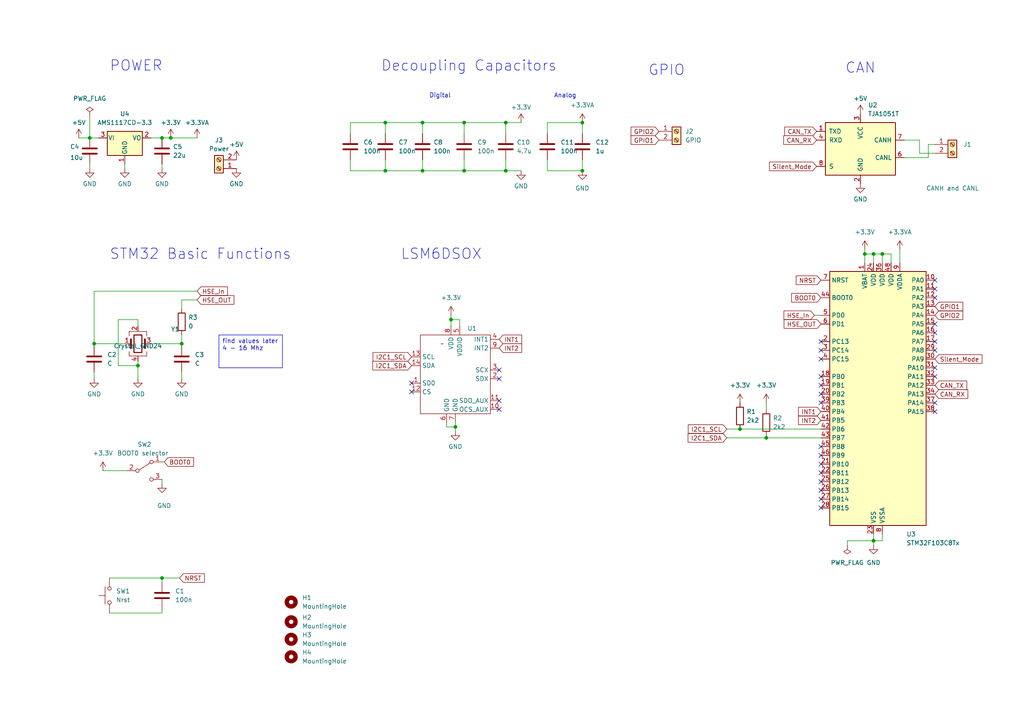
<source format=kicad_sch>
(kicad_sch (version 20230121) (generator eeschema)
  (paper "A4")
  (title_block (title "LSM6DSOX + CAN PCB ") (date "2024-01-29"))
  (lib_symbols
    (symbol "Connector:Screw_Terminal_01x02" (pin_names (offset 1.016) hide)
      (property "Reference" "J" (at 0 2.54 0))
      (property "Value" "Screw_Terminal_01x02" (at 0 -5.08 0))
      (symbol "Screw_Terminal_01x02_1_1"
        (rectangle (start -1.27 1.27) (end 1.27 -3.81) (stroke (width 0.254)) (fill (type background)))
        (circle (center 0 -2.54) (radius 0.635) (stroke (width 0.1524)))
        (polyline (pts (xy -0.5334 -2.2098) (xy 0.3302 -3.048)) (stroke (width 0.1524)))
        (polyline (pts (xy -0.5334 0.3302) (xy 0.3302 -0.508)) (stroke (width 0.1524)))
        (polyline (pts (xy -0.3556 -2.032) (xy 0.508 -2.8702)) (stroke (width 0.1524)))
        (polyline (pts (xy -0.3556 0.508) (xy 0.508 -0.3302)) (stroke (width 0.1524)))
        (circle (center 0 0) (radius 0.635) (stroke (width 0.1524)))
        (pin passive line (at -5.08 0 0) (length 3.81) (name "Pin_1") (number "1"))
        (pin passive line (at -5.08 -2.54 0) (length 3.81) (name "Pin_2") (number "2"))
      )
    )
    (symbol "Device:C" (pin_numbers hide) (pin_names (offset 0.254))
      (property "Reference" "C" (at 0.635 2.54 0))
      (property "Value" "C" (at 0.635 -2.54 0))
      (symbol "C_0_1"
        (polyline (pts (xy -2.032 -0.762) (xy 2.032 -0.762)) (stroke (width 0.508)))
        (polyline (pts (xy -2.032 0.762) (xy 2.032 0.762)) (stroke (width 0.508)))
      )
      (symbol "C_1_1"
        (pin passive line (at 0 3.81 270) (length 2.794) (name "~") (number "1"))
        (pin passive line (at 0 -3.81 90) (length 2.794) (name "~") (number "2"))
      )
    )
    (symbol "Device:Crystal_GND24" (pin_names (offset 1.016) hide)
      (property "Reference" "Y" (at 3.175 5.08 0))
      (property "Value" "Crystal_GND24" (at 3.175 3.175 0))
      (symbol "Crystal_GND24_0_1"
        (rectangle (start -1.143 2.54) (end 1.143 -2.54) (stroke (width 0.3048)))
        (polyline (pts (xy -2.54 0) (xy -2.032 0)))
        (polyline (pts (xy -2.032 -1.27) (xy -2.032 1.27)) (stroke (width 0.508)))
        (polyline (pts (xy 0 -3.81) (xy 0 -3.556)))
        (polyline (pts (xy 0 3.556) (xy 0 3.81)))
        (polyline (pts (xy 2.032 -1.27) (xy 2.032 1.27)) (stroke (width 0.508)))
        (polyline (pts (xy 2.032 0) (xy 2.54 0)))
        (polyline (pts (xy -2.54 -2.286) (xy -2.54 -3.556) (xy 2.54 -3.556) (xy 2.54 -2.286)))
        (polyline (pts (xy -2.54 2.286) (xy -2.54 3.556) (xy 2.54 3.556) (xy 2.54 2.286)))
      )
      (symbol "Crystal_GND24_1_1"
        (pin passive line (at -3.81 0 0) (length 1.27) (name "1") (number "1"))
        (pin passive line (at 0 5.08 270) (length 1.27) (name "2") (number "2"))
        (pin passive line (at 3.81 0 180) (length 1.27) (name "3") (number "3"))
        (pin passive line (at 0 -5.08 90) (length 1.27) (name "4") (number "4"))
      )
    )
    (symbol "Device:R" (pin_numbers hide) (pin_names (offset 0))
      (property "Reference" "R" (at 2.032 0 90))
      (property "Value" "R" (at 0 0 90))
      (symbol "R_0_1"
        (rectangle (start -1.016 -2.54) (end 1.016 2.54) (stroke (width 0.254)))
      )
      (symbol "R_1_1"
        (pin passive line (at 0 3.81 270) (length 1.27) (name "~") (number "1"))
        (pin passive line (at 0 -3.81 90) (length 1.27) (name "~") (number "2"))
      )
    )
    (symbol "Interface_CAN_LIN:TJA1051T" (pin_names (offset 1.016))
      (property "Reference" "U" (at -10.16 8.89 0))
      (property "Value" "TJA1051T" (at 1.27 8.89 0))
      (symbol "TJA1051T_0_1"
        (rectangle (start -10.16 7.62) (end 10.16 -7.62) (stroke (width 0.254)) (fill (type background)))
      )
      (symbol "TJA1051T_1_1"
        (pin input line (at -12.7 5.08 0) (length 2.54) (name "TXD") (number "1"))
        (pin power_in line (at 0 -10.16 90) (length 2.54) (name "GND") (number "2"))
        (pin power_in line (at 0 10.16 270) (length 2.54) (name "VCC") (number "3"))
        (pin output line (at -12.7 2.54 0) (length 2.54) (name "RXD") (number "4"))
        (pin no_connect line (at -10.16 -2.54 0) (length 2.54) hide (name "NC") (number "5"))
        (pin bidirectional line (at 12.7 -2.54 180) (length 2.54) (name "CANL") (number "6"))
        (pin bidirectional line (at 12.7 2.54 180) (length 2.54) (name "CANH") (number "7"))
        (pin input line (at -12.7 -5.08 0) (length 2.54) (name "S") (number "8"))
      )
    )
    (symbol "MCU_ST_STM32F1:STM32F103C8Tx"
      (property "Reference" "U" (at -12.7 39.37 0))
      (property "Value" "STM32F103C8Tx" (at 10.16 39.37 0))
      (symbol "STM32F103C8Tx_0_1"
        (rectangle (start -12.7 -35.56) (end 15.24 38.1) (stroke (width 0.254)) (fill (type background)))
      )
      (symbol "STM32F103C8Tx_1_1"
        (pin power_in line (at -2.54 40.64 270) (length 2.54) (name "VBAT") (number "1"))
        (pin bidirectional line (at 17.78 35.56 180) (length 2.54) (name "PA0") (number "10"))
        (pin bidirectional line (at 17.78 33.02 180) (length 2.54) (name "PA1") (number "11"))
        (pin bidirectional line (at 17.78 30.48 180) (length 2.54) (name "PA2") (number "12"))
        (pin bidirectional line (at 17.78 27.94 180) (length 2.54) (name "PA3") (number "13"))
        (pin bidirectional line (at 17.78 25.4 180) (length 2.54) (name "PA4") (number "14"))
        (pin bidirectional line (at 17.78 22.86 180) (length 2.54) (name "PA5") (number "15"))
        (pin bidirectional line (at 17.78 20.32 180) (length 2.54) (name "PA6") (number "16"))
        (pin bidirectional line (at 17.78 17.78 180) (length 2.54) (name "PA7") (number "17"))
        (pin bidirectional line (at -15.24 7.62 0) (length 2.54) (name "PB0") (number "18"))
        (pin bidirectional line (at -15.24 5.08 0) (length 2.54) (name "PB1") (number "19"))
        (pin bidirectional line (at -15.24 17.78 0) (length 2.54) (name "PC13") (number "2"))
        (pin bidirectional line (at -15.24 2.54 0) (length 2.54) (name "PB2") (number "20"))
        (pin bidirectional line (at -15.24 -17.78 0) (length 2.54) (name "PB10") (number "21"))
        (pin bidirectional line (at -15.24 -20.32 0) (length 2.54) (name "PB11") (number "22"))
        (pin power_in line (at 0 -38.1 90) (length 2.54) (name "VSS") (number "23"))
        (pin power_in line (at 0 40.64 270) (length 2.54) (name "VDD") (number "24"))
        (pin bidirectional line (at -15.24 -22.86 0) (length 2.54) (name "PB12") (number "25"))
        (pin bidirectional line (at -15.24 -25.4 0) (length 2.54) (name "PB13") (number "26"))
        (pin bidirectional line (at -15.24 -27.94 0) (length 2.54) (name "PB14") (number "27"))
        (pin bidirectional line (at -15.24 -30.48 0) (length 2.54) (name "PB15") (number "28"))
        (pin bidirectional line (at 17.78 15.24 180) (length 2.54) (name "PA8") (number "29"))
        (pin bidirectional line (at -15.24 15.24 0) (length 2.54) (name "PC14") (number "3"))
        (pin bidirectional line (at 17.78 12.7 180) (length 2.54) (name "PA9") (number "30"))
        (pin bidirectional line (at 17.78 10.16 180) (length 2.54) (name "PA10") (number "31"))
        (pin bidirectional line (at 17.78 7.62 180) (length 2.54) (name "PA11") (number "32"))
        (pin bidirectional line (at 17.78 5.08 180) (length 2.54) (name "PA12") (number "33"))
        (pin bidirectional line (at 17.78 2.54 180) (length 2.54) (name "PA13") (number "34"))
        (pin passive line (at 0 -38.1 90) (length 2.54) hide (name "VSS") (number "35"))
        (pin power_in line (at 2.54 40.64 270) (length 2.54) (name "VDD") (number "36"))
        (pin bidirectional line (at 17.78 0 180) (length 2.54) (name "PA14") (number "37"))
        (pin bidirectional line (at 17.78 -2.54 180) (length 2.54) (name "PA15") (number "38"))
        (pin bidirectional line (at -15.24 0 0) (length 2.54) (name "PB3") (number "39"))
        (pin bidirectional line (at -15.24 12.7 0) (length 2.54) (name "PC15") (number "4"))
        (pin bidirectional line (at -15.24 -2.54 0) (length 2.54) (name "PB4") (number "40"))
        (pin bidirectional line (at -15.24 -5.08 0) (length 2.54) (name "PB5") (number "41"))
        (pin bidirectional line (at -15.24 -7.62 0) (length 2.54) (name "PB6") (number "42"))
        (pin bidirectional line (at -15.24 -10.16 0) (length 2.54) (name "PB7") (number "43"))
        (pin input line (at -15.24 30.48 0) (length 2.54) (name "BOOT0") (number "44"))
        (pin bidirectional line (at -15.24 -12.7 0) (length 2.54) (name "PB8") (number "45"))
        (pin bidirectional line (at -15.24 -15.24 0) (length 2.54) (name "PB9") (number "46"))
        (pin passive line (at 0 -38.1 90) (length 2.54) hide (name "VSS") (number "47"))
        (pin power_in line (at 5.08 40.64 270) (length 2.54) (name "VDD") (number "48"))
        (pin bidirectional line (at -15.24 25.4 0) (length 2.54) (name "PD0") (number "5"))
        (pin bidirectional line (at -15.24 22.86 0) (length 2.54) (name "PD1") (number "6"))
        (pin input line (at -15.24 35.56 0) (length 2.54) (name "NRST") (number "7"))
        (pin power_in line (at 2.54 -38.1 90) (length 2.54) (name "VSSA") (number "8"))
        (pin power_in line (at 7.62 40.64 270) (length 2.54) (name "VDDA") (number "9"))
      )
    )
    (symbol "Mechanical:MountingHole" (pin_names (offset 1.016))
      (property "Reference" "H" (at 0 5.08 0))
      (property "Value" "MountingHole" (at 0 3.175 0))
      (symbol "MountingHole_0_1"
        (circle (center 0 0) (radius 1.27) (stroke (width 1.27)))
      )
    )
    (symbol "Regulator_Linear:AMS1117CD-3.3" (pin_names (offset 0.254))
      (property "Reference" "U" (at -3.81 3.175 0))
      (property "Value" "AMS1117CD-3.3" (at 0 3.175 0))
      (symbol "AMS1117CD-3.3_0_1"
        (rectangle (start -5.08 -5.08) (end 5.08 1.905) (stroke (width 0.254)) (fill (type background)))
      )
      (symbol "AMS1117CD-3.3_1_1"
        (pin power_in line (at 0 -7.62 90) (length 2.54) (name "GND") (number "1"))
        (pin power_out line (at 7.62 0 180) (length 2.54) (name "VO") (number "2"))
        (pin power_in line (at -7.62 0 0) (length 2.54) (name "VI") (number "3"))
      )
    )
    (symbol "Switch:SW_Push" (pin_numbers hide) (pin_names (offset 1.016) hide)
      (property "Reference" "SW" (at 1.27 2.54 0))
      (property "Value" "SW_Push" (at 0 -1.524 0))
      (symbol "SW_Push_0_1"
        (circle (center -2.032 0) (radius 0.508))
        (polyline (pts (xy 0 1.27) (xy 0 3.048)))
        (polyline (pts (xy 2.54 1.27) (xy -2.54 1.27)))
        (circle (center 2.032 0) (radius 0.508))
        (pin passive line (at -5.08 0 0) (length 2.54) (name "1") (number "1"))
        (pin passive line (at 5.08 0 180) (length 2.54) (name "2") (number "2"))
      )
    )
    (symbol "Switch:SW_SPDT" (pin_names (offset 0) hide)
      (property "Reference" "SW" (at 0 4.318 0))
      (property "Value" "SW_SPDT" (at 0 -5.08 0))
      (symbol "SW_SPDT_0_0"
        (circle (center -2.032 0) (radius 0.508))
        (circle (center 2.032 -2.54) (radius 0.508))
      )
      (symbol "SW_SPDT_0_1"
        (polyline (pts (xy -1.524 0.254) (xy 1.651 2.286)))
        (circle (center 2.032 2.54) (radius 0.508))
      )
      (symbol "SW_SPDT_1_1"
        (pin passive line (at 5.08 2.54 180) (length 2.54) (name "A") (number "1"))
        (pin passive line (at -5.08 0 0) (length 2.54) (name "B") (number "2"))
        (pin passive line (at 5.08 -2.54 180) (length 2.54) (name "C") (number "3"))
      )
    )
    (symbol "custom parts library:LSM6DSOX"
      (property "Reference" "U" (at 6.35 13.97 0))
      (symbol "LSM6DSOX_0_1"
        (rectangle (start -10.16 11.43) (end 10.16 -11.43))
      )
      (symbol "LSM6DSOX_1_1"
        (pin output line (at -12.7 -2.54 0) (length 2.54) (name "SD0") (number "1"))
        (pin output line (at 12.7 -10.16 180) (length 2.54) (name "OCS_AUX") (number "10"))
        (pin output line (at 12.7 -7.62 180) (length 2.54) (name "SDO_AUX") (number "11"))
        (pin input line (at -12.7 -5.08 0) (length 2.54) (name "CS") (number "12"))
        (pin bidirectional line (at -12.7 5.08 0) (length 2.54) (name "SCL") (number "13"))
        (pin bidirectional line (at -12.7 2.54 0) (length 2.54) (name "SDA") (number "14"))
        (pin bidirectional line (at 12.7 -1.27 180) (length 2.54) (name "SDX") (number "2"))
        (pin bidirectional line (at 12.7 1.27 180) (length 2.54) (name "SCX") (number "3"))
        (pin output line (at 12.7 10.16 180) (length 2.54) (name "INT1") (number "4"))
        (pin power_in line (at 1.27 13.97 270) (length 2.54) (name "VDDIO") (number "5"))
        (pin power_in line (at -2.54 -13.97 90) (length 2.54) (name "GND") (number "6"))
        (pin power_in line (at 0 -13.97 90) (length 2.54) (name "GND") (number "7"))
        (pin power_in line (at -1.27 13.97 270) (length 2.54) (name "VDD") (number "8"))
        (pin output line (at 12.7 7.62 180) (length 2.54) (name "INT2") (number "9"))
      )
    )
    (symbol "power:+3.3V" (power) (pin_names (offset 0))
      (property "Value" "+3.3V" (at 0 3.556 0))
      (symbol "+3.3V_0_1"
        (polyline (pts (xy -0.762 1.27) (xy 0 2.54)))
        (polyline (pts (xy 0 0) (xy 0 2.54)))
        (polyline (pts (xy 0 2.54) (xy 0.762 1.27)))
      )
      (symbol "+3.3V_1_1"
        (pin power_in line (at 0 0 90) (length 0) hide (name "+3.3V") (number "1"))
      )
    )
    (symbol "power:+3.3VA" (power) (pin_names (offset 0))
      (property "Value" "+3.3VA" (at 0 3.556 0))
      (symbol "+3.3VA_0_1"
        (polyline (pts (xy -0.762 1.27) (xy 0 2.54)))
        (polyline (pts (xy 0 0) (xy 0 2.54)))
        (polyline (pts (xy 0 2.54) (xy 0.762 1.27)))
      )
      (symbol "+3.3VA_1_1"
        (pin power_in line (at 0 0 90) (length 0) hide (name "+3.3VA") (number "1"))
      )
    )
    (symbol "power:+5V" (power) (pin_names (offset 0))
      (property "Value" "+5V" (at 0 3.556 0))
      (symbol "+5V_0_1"
        (polyline (pts (xy -0.762 1.27) (xy 0 2.54)))
        (polyline (pts (xy 0 0) (xy 0 2.54)))
        (polyline (pts (xy 0 2.54) (xy 0.762 1.27)))
      )
      (symbol "+5V_1_1"
        (pin power_in line (at 0 0 90) (length 0) hide (name "+5V") (number "1"))
      )
    )
    (symbol "power:GND" (power) (pin_names (offset 0))
      (property "Value" "GND" (at 0 -3.81 0))
      (symbol "GND_0_1"
        (polyline (pts (xy 0 0) (xy 0 -1.27) (xy 1.27 -1.27) (xy 0 -2.54) (xy -1.27 -1.27) (xy 0 -1.27)))
      )
      (symbol "GND_1_1"
        (pin power_in line (at 0 0 270) (length 0) hide (name "GND") (number "1"))
      )
    )
    (symbol "power:PWR_FLAG" (power) (pin_numbers hide) (pin_names (offset 0) hide)
      (property "Value" "PWR_FLAG" (at 0 3.81 0))
      (symbol "PWR_FLAG_0_0"
        (pin power_out line (at 0 0 90) (length 0) (name "pwr") (number "1"))
      )
      (symbol "PWR_FLAG_0_1"
        (polyline (pts (xy 0 0) (xy 0 1.27) (xy -1.016 1.905) (xy 0 2.54) (xy 1.016 1.905) (xy 0 1.27)))
      )
    )
  )
  (junction (at 111.76 35.56))
  (junction (at 168.91 35.56))
  (junction (at 134.62 35.56))
  (junction (at 26.035 40.005))
  (junction (at 52.705 99.695))
  (junction (at 214.63 124.46))
  (junction (at 46.99 40.005))
  (junction (at 27.305 99.695))
  (junction (at 122.555 35.56))
  (junction (at 134.62 49.53))
  (junction (at 46.99 167.64))
  (junction (at 122.555 49.53))
  (junction (at 253.365 73.66))
  (junction (at 255.905 73.66))
  (junction (at 49.53 40.005))
  (junction (at 130.81 92.71))
  (junction (at 168.91 49.53))
  (junction (at 222.25 127))
  (junction (at 146.685 35.56))
  (junction (at 40.005 106.045))
  (junction (at 111.76 49.53))
  (junction (at 146.685 49.53))
  (junction (at 253.365 156.845))
  (junction (at 250.825 73.66))
  (junction (at 132.08 123.825))
  (no_connect (at 238.125 109.22))
  (no_connect (at 271.145 96.52))
  (no_connect (at 271.145 119.38))
  (no_connect (at 271.145 109.22))
  (no_connect (at 271.145 86.36))
  (no_connect (at 144.78 118.745))
  (no_connect (at 238.125 139.7))
  (no_connect (at 271.145 93.98))
  (no_connect (at 238.125 99.06))
  (no_connect (at 271.145 116.84))
  (no_connect (at 271.145 106.68))
  (no_connect (at 271.145 99.06))
  (no_connect (at 238.125 101.6))
  (no_connect (at 238.125 144.78))
  (no_connect (at 238.125 142.24))
  (no_connect (at 238.125 104.14))
  (no_connect (at 144.78 109.855))
  (no_connect (at 238.125 114.3))
  (no_connect (at 144.78 107.315))
  (no_connect (at 238.125 129.54))
  (no_connect (at 238.125 111.76))
  (no_connect (at 271.145 101.6))
  (no_connect (at 238.125 132.08))
  (no_connect (at 271.145 81.28))
  (no_connect (at 238.125 147.32))
  (no_connect (at 238.125 137.16))
  (no_connect (at 238.125 116.84))
  (no_connect (at 119.38 111.125))
  (no_connect (at 119.38 113.665))
  (no_connect (at 238.125 134.62))
  (no_connect (at 271.145 83.82))
  (no_connect (at 144.78 116.205))
  (wire (pts (xy 255.905 156.845) (xy 255.905 154.94)))
  (wire (pts (xy 111.76 35.56) (xy 111.76 38.735)))
  (wire (pts (xy 46.99 167.64) (xy 52.07 167.64)))
  (wire (pts (xy 266.7 44.45) (xy 271.145 44.45)))
  (wire (pts (xy 130.81 91.44) (xy 130.81 92.71)))
  (wire (pts (xy 122.555 35.56) (xy 122.555 38.735)))
  (wire (pts (xy 253.365 73.66) (xy 255.905 73.66)))
  (wire (pts (xy 269.24 45.72) (xy 269.24 41.91)))
  (wire (pts (xy 253.365 73.66) (xy 253.365 76.2)))
  (wire (pts (xy 132.08 123.825) (xy 132.08 122.555)))
  (wire (pts (xy 122.555 49.53) (xy 134.62 49.53)))
  (wire (pts (xy 43.815 40.005) (xy 46.99 40.005)))
  (wire (pts (xy 52.705 86.995) (xy 57.15 86.995)))
  (wire (pts (xy 210.82 124.46) (xy 214.63 124.46)))
  (wire (pts (xy 250.825 76.2) (xy 250.825 73.66)))
  (wire (pts (xy 101.6 35.56) (xy 101.6 38.735)))
  (wire (pts (xy 27.305 100.33) (xy 27.305 99.695)))
  (wire (pts (xy 253.365 156.845) (xy 255.905 156.845)))
  (wire (pts (xy 158.75 49.53) (xy 168.91 49.53)))
  (wire (pts (xy 245.745 158.115) (xy 245.745 156.845)))
  (wire (pts (xy 101.6 49.53) (xy 111.76 49.53)))
  (wire (pts (xy 158.75 46.355) (xy 158.75 49.53)))
  (wire (pts (xy 253.365 158.115) (xy 253.365 156.845)))
  (wire (pts (xy 49.53 40.005) (xy 46.99 40.005)))
  (wire (pts (xy 40.005 109.855) (xy 40.005 106.045)))
  (wire (pts (xy 168.91 35.56) (xy 168.91 38.735)))
  (wire (pts (xy 31.75 167.64) (xy 46.99 167.64)))
  (wire (pts (xy 27.305 84.455) (xy 57.15 84.455)))
  (wire (pts (xy 253.365 156.845) (xy 253.365 154.94)))
  (wire (pts (xy 122.555 35.56) (xy 134.62 35.56)))
  (wire (pts (xy 40.005 92.71) (xy 34.29 92.71)))
  (wire (pts (xy 134.62 35.56) (xy 146.685 35.56)))
  (wire (pts (xy 27.305 99.695) (xy 27.305 84.455)))
  (wire (pts (xy 245.745 156.845) (xy 253.365 156.845)))
  (wire (pts (xy 158.75 38.735) (xy 158.75 35.56)))
  (wire (pts (xy 43.815 99.695) (xy 52.705 99.695)))
  (wire (pts (xy 40.005 94.615) (xy 40.005 92.71)))
  (wire (pts (xy 111.76 49.53) (xy 122.555 49.53)))
  (wire (pts (xy 260.985 72.39) (xy 260.985 76.2)))
  (wire (pts (xy 34.29 106.045) (xy 40.005 106.045)))
  (wire (pts (xy 36.195 48.895) (xy 36.195 47.625)))
  (wire (pts (xy 266.7 40.64) (xy 266.7 44.45)))
  (wire (pts (xy 158.75 35.56) (xy 168.91 35.56)))
  (wire (pts (xy 151.13 35.56) (xy 146.685 35.56)))
  (wire (pts (xy 46.99 177.8) (xy 46.99 176.53)))
  (wire (pts (xy 46.99 167.64) (xy 46.99 168.91)))
  (wire (pts (xy 52.705 99.695) (xy 52.705 100.33)))
  (wire (pts (xy 46.99 48.895) (xy 46.99 47.625)))
  (wire (pts (xy 101.6 35.56) (xy 111.76 35.56)))
  (wire (pts (xy 26.035 48.895) (xy 26.035 47.625)))
  (wire (pts (xy 52.705 97.155) (xy 52.705 99.695)))
  (wire (pts (xy 31.75 177.8) (xy 46.99 177.8)))
  (wire (pts (xy 27.305 99.695) (xy 36.195 99.695)))
  (wire (pts (xy 40.005 106.045) (xy 40.005 104.775)))
  (wire (pts (xy 146.685 49.53) (xy 151.13 49.53)))
  (wire (pts (xy 250.825 73.66) (xy 253.365 73.66)))
  (wire (pts (xy 210.82 127) (xy 222.25 127)))
  (wire (pts (xy 255.905 73.66) (xy 255.905 76.2)))
  (wire (pts (xy 49.53 40.005) (xy 57.15 40.005)))
  (wire (pts (xy 26.035 40.005) (xy 28.575 40.005)))
  (wire (pts (xy 134.62 49.53) (xy 134.62 46.355)))
  (wire (pts (xy 122.555 46.355) (xy 122.555 49.53)))
  (wire (pts (xy 255.905 73.66) (xy 258.445 73.66)))
  (wire (pts (xy 258.445 73.66) (xy 258.445 76.2)))
  (wire (pts (xy 129.54 122.555) (xy 129.54 123.825)))
  (wire (pts (xy 133.35 92.71) (xy 130.81 92.71)))
  (wire (pts (xy 26.035 33.655) (xy 26.035 40.005)))
  (wire (pts (xy 236.22 91.44) (xy 238.125 91.44)))
  (wire (pts (xy 146.685 35.56) (xy 146.685 38.735)))
  (wire (pts (xy 146.685 49.53) (xy 146.685 46.355)))
  (wire (pts (xy 52.705 109.855) (xy 52.705 107.95)))
  (wire (pts (xy 46.99 140.335) (xy 46.99 139.065)))
  (wire (pts (xy 262.255 40.64) (xy 266.7 40.64)))
  (wire (pts (xy 222.25 127) (xy 238.125 127)))
  (wire (pts (xy 250.825 72.39) (xy 250.825 73.66)))
  (wire (pts (xy 168.91 49.53) (xy 168.91 46.355)))
  (wire (pts (xy 34.29 92.71) (xy 34.29 106.045)))
  (wire (pts (xy 269.24 41.91) (xy 271.145 41.91)))
  (wire (pts (xy 222.25 126.365) (xy 222.25 127)))
  (wire (pts (xy 52.705 86.995) (xy 52.705 89.535)))
  (wire (pts (xy 132.08 125.095) (xy 132.08 123.825)))
  (wire (pts (xy 111.76 35.56) (xy 122.555 35.56)))
  (wire (pts (xy 222.25 116.84) (xy 222.25 118.745)))
  (wire (pts (xy 134.62 35.56) (xy 134.62 38.735)))
  (wire (pts (xy 29.845 136.525) (xy 36.83 136.525)))
  (wire (pts (xy 133.35 94.615) (xy 133.35 92.71)))
  (wire (pts (xy 134.62 49.53) (xy 146.685 49.53)))
  (wire (pts (xy 27.305 109.855) (xy 27.305 107.95)))
  (wire (pts (xy 262.255 45.72) (xy 269.24 45.72)))
  (wire (pts (xy 129.54 123.825) (xy 132.08 123.825)))
  (wire (pts (xy 22.86 40.005) (xy 26.035 40.005)))
  (wire (pts (xy 47.625 133.985) (xy 46.99 133.985)))
  (wire (pts (xy 111.76 46.355) (xy 111.76 49.53)))
  (wire (pts (xy 101.6 46.355) (xy 101.6 49.53)))
  (wire (pts (xy 130.81 92.71) (xy 130.81 94.615)))
  (wire (pts (xy 214.63 124.46) (xy 238.125 124.46)))
  (text_box "find values later 4 - 16 Mhz\n\n\n" (at 63.5 97.155 0) (size 18.415 9.525) (effects (font (size 1.27 1.27)) (justify left top)))
  (text "GPIO\n" (at 187.96 22.225 0) (effects (font (size 3 3)) (justify left bottom)))
  (text "Decoupling Capacitors \n" (at 110.49 20.955 0) (effects (font (size 3 3)) (justify left bottom)))
  (text "Analog\n" (at 160.655 28.575 0) (effects (font (size 1.27 1.27)) (justify left bottom)))
  (text "LSM6DSOX\n" (at 116.205 75.565 0) (effects (font (size 3 3)) (justify left bottom)))
  (text "Digital" (at 124.46 28.575 0) (effects (font (size 1.27 1.27)) (justify left bottom)))
  (text "POWER" (at 31.75 20.955 0) (effects (font (size 3 3)) (justify left bottom)))
  (text "STM32 Basic Functions\n" (at 31.75 75.565 0) (effects (font (size 3 3)) (justify left bottom)))
  (text "CAN" (at 245.11 21.59 0) (effects (font (size 3 3)) (justify left bottom)))
  (global_label "INT2" (shape input) (at 238.125 121.92 180) (property "Intersheetrefs" "${INTERSHEET_REFS}" (effects hide)))
  (global_label "INT1" (shape input) (at 238.125 119.38 180) (property "Intersheetrefs" "${INTERSHEET_REFS}" (effects hide)))
  (global_label "CAN_TX" (shape input) (at 271.145 111.76 0) (property "Intersheetrefs" "${INTERSHEET_REFS}" (effects hide)))
  (global_label "BOOT0" (shape input) (at 47.625 133.985 0) (property "Intersheetrefs" "${INTERSHEET_REFS}" (effects hide)))
  (global_label "I2C1_SCL" (shape input) (at 210.82 124.46 180) (property "Intersheetrefs" "${INTERSHEET_REFS}" (effects hide)))
  (global_label "INT2" (shape input) (at 144.78 100.965 0) (property "Intersheetrefs" "${INTERSHEET_REFS}" (effects hide)))
  (global_label "HSE_OUT" (shape input) (at 57.15 86.995 0) (property "Intersheetrefs" "${INTERSHEET_REFS}" (effects hide)))
  (global_label "CAN_TX" (shape input) (at 236.855 38.1 180) (property "Intersheetrefs" "${INTERSHEET_REFS}" (effects hide)))
  (global_label "HSE_In" (shape input) (at 236.22 91.44 180) (property "Intersheetrefs" "${INTERSHEET_REFS}" (effects hide)))
  (global_label "GPIO1" (shape input) (at 191.135 40.64 180) (property "Intersheetrefs" "${INTERSHEET_REFS}" (effects hide)))
  (global_label "CAN_RX" (shape input) (at 271.145 114.3 0) (property "Intersheetrefs" "${INTERSHEET_REFS}" (effects hide)))
  (global_label "HSE_In" (shape input) (at 57.15 84.455 0) (property "Intersheetrefs" "${INTERSHEET_REFS}" (effects hide)))
  (global_label "INT1" (shape input) (at 144.78 98.425 0) (property "Intersheetrefs" "${INTERSHEET_REFS}" (effects hide)))
  (global_label "GPIO2" (shape input) (at 271.145 91.44 0) (property "Intersheetrefs" "${INTERSHEET_REFS}" (effects hide)))
  (global_label "CAN_RX" (shape input) (at 236.855 40.64 180) (property "Intersheetrefs" "${INTERSHEET_REFS}" (effects hide)))
  (global_label "NRST" (shape input) (at 238.125 81.28 180) (property "Intersheetrefs" "${INTERSHEET_REFS}" (effects hide)))
  (global_label "BOOT0" (shape input) (at 238.125 86.36 180) (property "Intersheetrefs" "${INTERSHEET_REFS}" (effects hide)))
  (global_label "Silent_Mode" (shape input) (at 236.855 48.26 180) (property "Intersheetrefs" "${INTERSHEET_REFS}" (effects hide)))
  (global_label "HSE_OUT" (shape input) (at 238.125 93.98 180) (property "Intersheetrefs" "${INTERSHEET_REFS}" (effects hide)))
  (global_label "I2C1_SDA" (shape input) (at 119.38 106.045 180) (property "Intersheetrefs" "${INTERSHEET_REFS}" (effects hide)))
  (global_label "Silent_Mode" (shape input) (at 271.145 104.14 0) (property "Intersheetrefs" "${INTERSHEET_REFS}" (effects hide)))
  (global_label "I2C1_SCL" (shape input) (at 119.38 103.505 180) (property "Intersheetrefs" "${INTERSHEET_REFS}" (effects hide)))
  (global_label "GPIO1" (shape input) (at 271.145 88.9 0) (property "Intersheetrefs" "${INTERSHEET_REFS}" (effects hide)))
  (global_label "NRST" (shape input) (at 52.07 167.64 0) (property "Intersheetrefs" "${INTERSHEET_REFS}" (effects hide)))
  (global_label "I2C1_SDA" (shape input) (at 210.82 127 180) (property "Intersheetrefs" "${INTERSHEET_REFS}" (effects hide)))
  (global_label "GPIO2" (shape input) (at 191.135 38.1 180) (property "Intersheetrefs" "${INTERSHEET_REFS}" (effects hide)))
  (symbol (lib_id "Device:R") (at 222.25 122.555 0) (unit 1)
    (property "Reference" "R2" (at 224.155 121.285 0) (effects (justify left)))
    (property "Value" "2k2" (at 224.155 123.825 0) (effects (justify left)))
    (property "Footprint" "Resistor_SMD:R_0603_1608Metric_Pad0.98x0.95mm_HandSolder" (effects hide))
  )
  (symbol (lib_id "power:GND") (at 46.99 48.895 0) (unit 1)
    (property "Reference" "#PWR015" (effects hide))
    (property "Value" "GND" (at 46.99 53.34 0))
  )
  (symbol (lib_id "Connector:Screw_Terminal_01x02") (at 63.5 48.895 180) (unit 1)
    (property "Reference" "J3" (at 63.5 40.64 0))
    (property "Value" "Power" (at 63.5 43.18 0))
    (property "Footprint" "TerminalBlock_Phoenix:TerminalBlock_Phoenix_MKDS-1,5-2_1x02_P5.00mm_Horizontal" (effects hide))
  )
  (symbol (lib_id "power:+3.3V") (at 151.13 35.56 0) (unit 1)
    (property "Reference" "#PWR021" (effects hide))
    (property "Value" "+3.3V" (at 151.13 31.115 0))
  )
  (symbol (lib_id "Device:C") (at 101.6 42.545 0) (unit 1)
    (property "Reference" "C6" (at 105.41 41.275 0) (effects (justify left)))
    (property "Value" "100n" (at 105.41 43.815 0) (effects (justify left)))
    (property "Footprint" "Capacitor_SMD:C_0603_1608Metric_Pad1.08x0.95mm_HandSolder" (effects hide))
  )
  (symbol (lib_id "Device:C") (at 146.685 42.545 0) (unit 1)
    (property "Reference" "C10" (at 149.86 41.275 0) (effects (justify left)))
    (property "Value" "4.7u" (at 149.86 43.815 0) (effects (justify left)))
    (property "Footprint" "Capacitor_SMD:C_0603_1608Metric_Pad1.08x0.95mm_HandSolder" (effects hide))
  )
  (symbol (lib_id "power:GND") (at 40.005 109.855 0) (unit 1)
    (property "Reference" "#PWR04" (effects hide))
    (property "Value" "GND" (at 40.005 114.3 0))
  )
  (symbol (lib_id "Mechanical:MountingHole") (at 84.455 174.625 0) (unit 1)
    (property "Reference" "H1" (at 87.63 173.355 0) (effects (justify left)))
    (property "Value" "MountingHole" (at 87.63 175.895 0) (effects (justify left)))
    (property "Footprint" "MountingHole:MountingHole_4mm_Pad_Via" (effects hide))
  )
  (symbol (lib_id "power:GND") (at 249.555 53.34 0) (unit 1)
    (property "Reference" "#PWR019" (effects hide))
    (property "Value" "GND" (at 249.555 57.785 0))
  )
  (symbol (lib_id "power:GND") (at 27.305 109.855 0) (unit 1)
    (property "Reference" "#PWR05" (effects hide))
    (property "Value" "GND" (at 27.305 114.3 0))
  )
  (symbol (lib_id "power:+3.3VA") (at 57.15 40.005 0) (unit 1)
    (property "Reference" "#PWR012" (effects hide))
    (property "Value" "+3.3VA" (at 57.15 35.56 0))
  )
  (symbol (lib_id "Device:R") (at 52.705 93.345 0) (unit 1)
    (property "Reference" "R3" (at 54.61 92.075 0) (effects (justify left)))
    (property "Value" "0" (at 54.61 94.615 0) (effects (justify left)))
    (property "Footprint" "Resistor_SMD:R_0603_1608Metric_Pad0.98x0.95mm_HandSolder" (effects hide))
  )
  (symbol (lib_id "power:+3.3V") (at 250.825 72.39 0) (unit 1)
    (property "Reference" "#PWR08" (effects hide))
    (property "Value" "+3.3V" (at 250.825 67.31 0))
  )
  (symbol (lib_id "power:GND") (at 26.035 48.895 0) (unit 1)
    (property "Reference" "#PWR014" (effects hide))
    (property "Value" "GND" (at 26.035 53.34 0))
  )
  (symbol (lib_id "Device:C") (at 122.555 42.545 0) (unit 1)
    (property "Reference" "C8" (at 125.73 41.275 0) (effects (justify left)))
    (property "Value" "100n" (at 125.73 43.815 0) (effects (justify left)))
    (property "Footprint" "Capacitor_SMD:C_0603_1608Metric_Pad1.08x0.95mm_HandSolder" (effects hide))
  )
  (symbol (lib_id "power:GND") (at 68.58 48.895 0) (unit 1)
    (property "Reference" "#PWR023" (effects hide))
    (property "Value" "GND" (at 68.58 53.34 0))
  )
  (symbol (lib_id "power:GND") (at 151.13 49.53 0) (unit 1)
    (property "Reference" "#PWR022" (effects hide))
    (property "Value" "GND" (at 151.13 53.975 0))
  )
  (symbol (lib_id "MCU_ST_STM32F1:STM32F103C8Tx") (at 253.365 116.84 0) (unit 1)
    (property "Reference" "U3" (at 262.89 154.94 0) (effects (justify left)))
    (property "Value" "STM32F103C8Tx" (at 262.89 157.48 0) (effects (justify left)))
    (property "Footprint" "Package_QFP:LQFP-48_7x7mm_P0.5mm" (effects hide))
    (property "Datasheet" "https://www.st.com/resource/en/datasheet/stm32f103c8.pdf" (effects hide))
  )
  (symbol (lib_id "power:+5V") (at 22.86 40.005 0) (unit 1)
    (property "Reference" "#PWR010" (effects hide))
    (property "Value" "+5V" (at 22.86 35.56 0))
  )
  (symbol (lib_id "Regulator_Linear:AMS1117CD-3.3") (at 36.195 40.005 0) (unit 1)
    (property "Reference" "U4" (at 36.195 33.02 0))
    (property "Value" "AMS1117CD-3.3" (at 36.195 35.56 0))
    (property "Footprint" "Package_TO_SOT_SMD:TO-252-3_TabPin2" (effects hide))
    (property "Datasheet" "http://www.advanced-monolithic.com/pdf/ds1117.pdf" (effects hide))
  )
  (symbol (lib_id "power:GND") (at 46.99 140.335 0) (unit 1)
    (property "Reference" "#PWR03" (effects hide))
    (property "Value" "GND" (at 47.625 146.685 0))
  )
  (symbol (lib_id "power:+3.3V") (at 222.25 116.84 0) (unit 1)
    (property "Reference" "#PWR017" (effects hide))
    (property "Value" "+3.3V" (at 222.25 111.76 0))
  )
  (symbol (lib_id "power:GND") (at 168.91 49.53 0) (unit 1)
    (property "Reference" "#PWR07" (effects hide))
    (property "Value" "GND" (at 168.91 54.61 0))
  )
  (symbol (lib_id "power:+3.3VA") (at 260.985 72.39 0) (unit 1)
    (property "Reference" "#PWR09" (effects hide))
    (property "Value" "+3.3VA" (at 260.985 67.31 0))
  )
  (symbol (lib_id "power:PWR_FLAG") (at 245.745 158.115 180) (unit 1)
    (property "Reference" "#FLG01" (effects hide))
    (property "Value" "PWR_FLAG" (at 245.745 163.195 0))
  )
  (symbol (lib_id "power:PWR_FLAG") (at 26.035 33.655 0) (unit 1)
    (property "Reference" "#FLG02" (effects hide))
    (property "Value" "PWR_FLAG" (at 26.035 28.575 0))
  )
  (symbol (lib_id "Device:C") (at 168.91 42.545 0) (unit 1)
    (property "Reference" "C12" (at 172.72 41.275 0) (effects (justify left)))
    (property "Value" "1u" (at 172.72 43.815 0) (effects (justify left)))
    (property "Footprint" "Capacitor_SMD:C_0603_1608Metric_Pad1.08x0.95mm_HandSolder" (effects hide))
  )
  (symbol (lib_id "power:+3.3V") (at 49.53 40.005 0) (unit 1)
    (property "Reference" "#PWR011" (effects hide))
    (property "Value" "+3.3V" (at 49.53 35.56 0))
  )
  (symbol (lib_id "power:+3.3V") (at 29.845 136.525 0) (unit 1)
    (property "Reference" "#PWR02" (effects hide))
    (property "Value" "+3.3V" (at 29.845 131.445 0))
  )
  (symbol (lib_id "Device:C") (at 46.99 43.815 0) (unit 1)
    (property "Reference" "C5" (at 50.165 42.545 0) (effects (justify left)))
    (property "Value" "22u" (at 50.165 45.085 0) (effects (justify left)))
    (property "Footprint" "Capacitor_SMD:C_0603_1608Metric_Pad1.08x0.95mm_HandSolder" (effects hide))
  )
  (symbol (lib_id "custom parts library:LSM6DSOX") (at 132.08 108.585 0) (unit 1)
    (property "Reference" "U1" (at 135.5441 95.25 0) (effects (justify left)))
    (property "Value" "~" (at 128.27 99.695 0))
    (property "Footprint" "Package_LGA:LGA-14_3x2.5mm_P0.5mm_LayoutBorder3x4y" (effects hide))
  )
  (symbol (lib_id "power:GND") (at 253.365 158.115 0) (unit 1)
    (property "Reference" "#PWR018" (effects hide))
    (property "Value" "GND" (at 253.365 163.195 0))
  )
  (symbol (lib_id "Device:C") (at 134.62 42.545 0) (unit 1)
    (property "Reference" "C9" (at 138.43 41.275 0) (effects (justify left)))
    (property "Value" "100n" (at 138.43 43.815 0) (effects (justify left)))
    (property "Footprint" "Capacitor_SMD:C_0603_1608Metric_Pad1.08x0.95mm_HandSolder" (effects hide))
  )
  (symbol (lib_id "Device:R") (at 214.63 120.65 0) (unit 1)
    (property "Reference" "R1" (at 216.535 119.38 0) (effects (justify left)))
    (property "Value" "2k2" (at 216.535 121.92 0) (effects (justify left)))
    (property "Footprint" "Resistor_SMD:R_0603_1608Metric_Pad0.98x0.95mm_HandSolder" (effects hide))
  )
  (symbol (lib_id "Connector:Screw_Terminal_01x02") (at 196.215 38.1 0) (unit 1)
    (property "Reference" "J2" (at 198.755 38.1 0) (effects (justify left)))
    (property "Value" "GPIO" (at 198.755 40.64 0) (effects (justify left)))
    (property "Footprint" "TerminalBlock_Phoenix:TerminalBlock_Phoenix_MKDS-1,5-2_1x02_P5.00mm_Horizontal" (effects hide))
  )
  (symbol (lib_id "Mechanical:MountingHole") (at 84.455 185.42 0) (unit 1)
    (property "Reference" "H3" (at 87.63 184.15 0) (effects (justify left)))
    (property "Value" "MountingHole" (at 87.63 186.69 0) (effects (justify left)))
    (property "Footprint" "MountingHole:MountingHole_4mm_Pad_Via" (effects hide))
  )
  (symbol (lib_id "Mechanical:MountingHole") (at 84.455 190.5 0) (unit 1)
    (property "Reference" "H4" (at 87.63 189.23 0) (effects (justify left)))
    (property "Value" "MountingHole" (at 87.63 191.77 0) (effects (justify left)))
    (property "Footprint" "MountingHole:MountingHole_4mm_Pad_Via" (effects hide))
  )
  (symbol (lib_id "Connector:Screw_Terminal_01x02") (at 276.225 41.91 0) (unit 1)
    (property "Reference" "J1" (at 279.4 41.91 0) (effects (justify left)))
    (property "Value" "CANH and CANL " (at 268.605 54.61 0) (effects (justify left)))
    (property "Footprint" "TerminalBlock_Phoenix:TerminalBlock_Phoenix_MKDS-1,5-2_1x02_P5.00mm_Horizontal" (effects hide))
  )
  (symbol (lib_id "Device:C") (at 52.705 104.14 0) (unit 1)
    (property "Reference" "C3" (at 56.515 102.87 0) (effects (justify left)))
    (property "Value" "C" (at 56.515 105.41 0) (effects (justify left)))
    (property "Footprint" "Capacitor_SMD:C_0603_1608Metric_Pad1.08x0.95mm_HandSolder" (effects hide))
  )
  (symbol (lib_id "power:+3.3VA") (at 168.91 35.56 0) (unit 1)
    (property "Reference" "#PWR01" (effects hide))
    (property "Value" "+3.3VA" (at 168.91 30.48 0))
  )
  (symbol (lib_id "Mechanical:MountingHole") (at 84.455 180.34 0) (unit 1)
    (property "Reference" "H2" (at 87.63 179.07 0) (effects (justify left)))
    (property "Value" "MountingHole" (at 87.63 181.61 0) (effects (justify left)))
    (property "Footprint" "MountingHole:MountingHole_4mm_Pad_Via" (effects hide))
  )
  (symbol (lib_id "Switch:SW_SPDT") (at 41.91 136.525 0) (unit 1)
    (property "Reference" "SW2" (at 41.91 128.905 0))
    (property "Value" "BOOT0 selector " (at 41.91 131.445 0))
    (property "Footprint" "Button_Switch_SMD:SW_SPDT_CK-JS102011SAQN" (effects hide))
  )
  (symbol (lib_id "Device:C") (at 158.75 42.545 0) (unit 1)
    (property "Reference" "C11" (at 162.56 41.275 0) (effects (justify left)))
    (property "Value" "100n" (at 162.56 43.815 0) (effects (justify left)))
    (property "Footprint" "Capacitor_SMD:C_0603_1608Metric_Pad1.08x0.95mm_HandSolder" (effects hide))
  )
  (symbol (lib_id "power:+3.3V") (at 130.81 91.44 0) (unit 1)
    (property "Reference" "#PWR025" (effects hide))
    (property "Value" "+3.3V" (at 130.81 86.36 0))
  )
  (symbol (lib_id "power:GND") (at 36.195 48.895 0) (unit 1)
    (property "Reference" "#PWR013" (effects hide))
    (property "Value" "GND" (at 36.195 53.34 0))
  )
  (symbol (lib_id "power:+5V") (at 249.555 33.02 0) (unit 1)
    (property "Reference" "#PWR020" (effects hide))
    (property "Value" "+5V" (at 249.555 28.575 0))
  )
  (symbol (lib_id "Interface_CAN_LIN:TJA1051T") (at 249.555 43.18 0) (unit 1)
    (property "Reference" "U2" (at 251.7491 30.48 0) (effects (justify left)))
    (property "Value" "TJA1051T" (at 251.7491 33.02 0) (effects (justify left)))
    (property "Footprint" "Package_SO:SOIC-8_3.9x4.9mm_P1.27mm" (effects hide))
    (property "Datasheet" "http://www.nxp.com/docs/en/data-sheet/TJA1051.pdf" (effects hide))
  )
  (symbol (lib_id "Device:Crystal_GND24") (at 40.005 99.695 0) (unit 1)
    (property "Reference" "Y1" (at 50.8 95.5041 0))
    (property "Value" "Crystal_GND24" (at 40.005 100.33 0))
    (property "Footprint" "Crystal:Crystal_SMD_3225-4Pin_3.2x2.5mm_HandSoldering" (effects hide))
  )
  (symbol (lib_id "Device:C") (at 111.76 42.545 0) (unit 1)
    (property "Reference" "C7" (at 115.57 41.275 0) (effects (justify left)))
    (property "Value" "100n" (at 115.57 43.815 0) (effects (justify left)))
    (property "Footprint" "Capacitor_SMD:C_0603_1608Metric_Pad1.08x0.95mm_HandSolder" (effects hide))
  )
  (symbol (lib_id "Device:C") (at 46.99 172.72 0) (unit 1)
    (property "Reference" "C1" (at 50.8 171.45 0) (effects (justify left)))
    (property "Value" "100n" (at 50.8 173.99 0) (effects (justify left)))
    (property "Footprint" "Capacitor_SMD:C_0603_1608Metric_Pad1.08x0.95mm_HandSolder" (effects hide))
  )
  (symbol (lib_id "Device:C") (at 27.305 104.14 0) (unit 1)
    (property "Reference" "C2" (at 31.115 102.87 0) (effects (justify left)))
    (property "Value" "C" (at 31.115 105.41 0) (effects (justify left)))
    (property "Footprint" "Capacitor_SMD:C_0603_1608Metric_Pad1.08x0.95mm_HandSolder" (effects hide))
  )
  (symbol (lib_id "Device:C") (at 26.035 43.815 0) (unit 1)
    (property "Reference" "C4" (at 20.32 42.545 0) (effects (justify left)))
    (property "Value" "10u" (at 20.32 45.72 0) (effects (justify left)))
    (property "Footprint" "Capacitor_SMD:C_0603_1608Metric_Pad1.08x0.95mm_HandSolder" (effects hide))
  )
  (symbol (lib_id "Switch:SW_Push") (at 31.75 172.72 90) (unit 1)
    (property "Reference" "SW1" (at 33.655 171.45 90) (effects (justify right)))
    (property "Value" "Nrst" (at 33.655 173.99 90) (effects (justify right)))
    (property "Footprint" "Button_Switch_SMD:SW_SPST_PTS645" (effects hide))
  )
  (symbol (lib_id "power:GND") (at 52.705 109.855 0) (unit 1)
    (property "Reference" "#PWR06" (effects hide))
    (property "Value" "GND" (at 52.705 114.3 0))
  )
  (symbol (lib_id "power:+3.3V") (at 214.63 116.84 0) (unit 1)
    (property "Reference" "#PWR016" (effects hide))
    (property "Value" "+3.3V" (at 214.63 111.76 0))
  )
  (symbol (lib_id "power:GND") (at 132.08 125.095 0) (unit 1)
    (property "Reference" "#PWR026" (effects hide))
    (property "Value" "GND" (at 132.08 129.54 0))
  )
  (symbol (lib_id "power:+5V") (at 68.58 46.355 0) (unit 1)
    (property "Reference" "#PWR024" (effects hide))
    (property "Value" "+5V" (at 68.58 41.91 0))
  )
)
</source>
